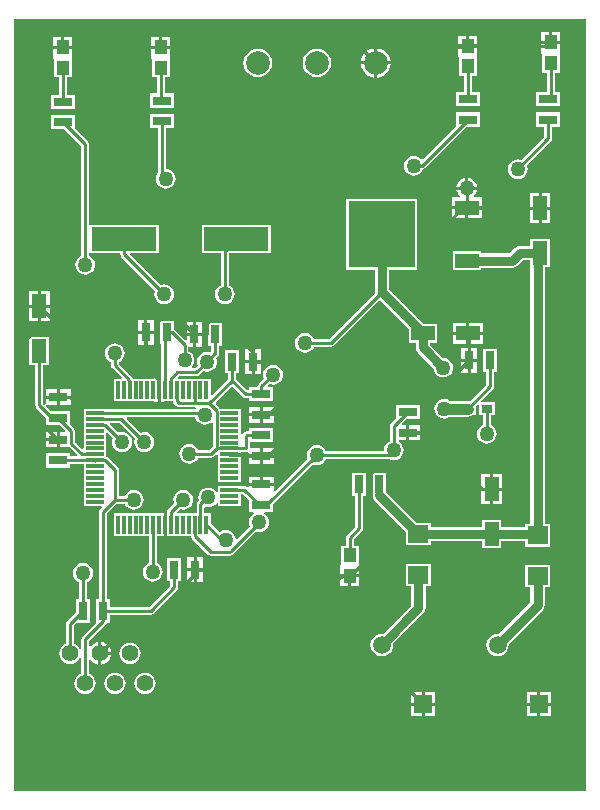
<source format=gtl>
%FSLAX43Y43*%
%MOMM*%
G71*
G01*
G75*
G04 Layer_Physical_Order=1*
G04 Layer_Color=255*
%ADD10R,1.600X0.800*%
%ADD11R,0.800X1.600*%
%ADD12R,1.100X1.250*%
%ADD13R,2.000X1.250*%
%ADD14R,1.250X2.000*%
%ADD15R,1.500X0.300*%
%ADD16R,0.300X1.500*%
%ADD17R,2.000X1.200*%
%ADD18R,5.600X5.600*%
%ADD19R,5.500X2.000*%
%ADD20R,0.950X0.700*%
%ADD21R,1.680X1.520*%
%ADD22C,0.254*%
%ADD23C,0.900*%
%ADD24C,0.800*%
%ADD25C,0.750*%
%ADD26C,1.400*%
%ADD27R,1.500X1.500*%
%ADD28C,1.500*%
%ADD29C,2.000*%
%ADD30C,1.270*%
G36*
X48388Y-28D02*
X-12D01*
Y65272D01*
X48388D01*
Y-28D01*
D02*
G37*
%LPC*%
G36*
X34354Y30173D02*
X33427D01*
Y29646D01*
X34354D01*
Y30173D01*
D02*
G37*
G36*
X3573Y29573D02*
X2646D01*
Y29046D01*
X3573D01*
Y29573D01*
D02*
G37*
G36*
X34300Y32670D02*
X32300D01*
Y31542D01*
X31864Y31106D01*
X31792Y30998D01*
X31767Y30870D01*
Y29566D01*
X31679Y29529D01*
X31504Y29396D01*
X31371Y29221D01*
X31286Y29018D01*
X31258Y28800D01*
X31199Y28733D01*
X26366D01*
X26329Y28821D01*
X26196Y28996D01*
X26021Y29129D01*
X25818Y29214D01*
X25600Y29242D01*
X25382Y29214D01*
X25179Y29129D01*
X25004Y28996D01*
X24871Y28821D01*
X24786Y28618D01*
X24758Y28400D01*
X24786Y28182D01*
X24823Y28094D01*
X22081Y25353D01*
X21954Y25405D01*
Y25773D01*
X19846D01*
Y25691D01*
X19729Y25643D01*
X19686Y25686D01*
X19578Y25758D01*
X19450Y25783D01*
X19204D01*
Y25823D01*
X17196D01*
Y25546D01*
X17250D01*
Y25298D01*
X17137Y25229D01*
X17123Y25229D01*
X16996Y25396D01*
X16821Y25529D01*
X16618Y25614D01*
X16400Y25642D01*
X16182Y25614D01*
X15979Y25529D01*
X15804Y25396D01*
X15671Y25221D01*
X15586Y25018D01*
X15558Y24800D01*
X15586Y24582D01*
X15594Y24565D01*
X15514Y24486D01*
X15442Y24378D01*
X15417Y24250D01*
Y23450D01*
X13787D01*
X13739Y23567D01*
X13994Y23823D01*
X14082Y23786D01*
X14300Y23758D01*
X14518Y23786D01*
X14721Y23871D01*
X14896Y24004D01*
X15029Y24179D01*
X15114Y24382D01*
X15142Y24600D01*
X15114Y24818D01*
X15029Y25021D01*
X14896Y25196D01*
X14721Y25329D01*
X14518Y25414D01*
X14300Y25442D01*
X14082Y25414D01*
X13879Y25329D01*
X13704Y25196D01*
X13571Y25021D01*
X13486Y24818D01*
X13458Y24600D01*
X13486Y24382D01*
X13523Y24294D01*
X13014Y23786D01*
X12942Y23678D01*
X12917Y23550D01*
Y23504D01*
X12877D01*
Y22500D01*
Y21496D01*
X13154D01*
Y21550D01*
X14917D01*
X14942Y21422D01*
X15014Y21314D01*
X16364Y19964D01*
X16472Y19892D01*
X16600Y19867D01*
X18260D01*
X18388Y19892D01*
X18496Y19964D01*
X18511Y19987D01*
X18534Y20002D01*
X20437Y21905D01*
X20482Y21886D01*
X20700Y21858D01*
X20918Y21886D01*
X21121Y21971D01*
X21296Y22104D01*
X21429Y22279D01*
X21514Y22482D01*
X21542Y22700D01*
X21514Y22918D01*
X21429Y23121D01*
X21296Y23296D01*
X21155Y23403D01*
X21199Y23530D01*
X21900D01*
Y24228D01*
X25294Y27623D01*
X25382Y27586D01*
X25600Y27558D01*
X25818Y27586D01*
X26021Y27671D01*
X26196Y27804D01*
X26329Y27979D01*
X26366Y28067D01*
X31689D01*
X31882Y27986D01*
X32100Y27958D01*
X32318Y27986D01*
X32521Y28071D01*
X32696Y28204D01*
X32829Y28379D01*
X32914Y28582D01*
X32942Y28800D01*
X32914Y29018D01*
X32829Y29221D01*
X32696Y29396D01*
X32535Y29519D01*
X32536Y29565D01*
X32570Y29646D01*
X33173D01*
Y30300D01*
Y30954D01*
X32821D01*
X32773Y31071D01*
X33172Y31470D01*
X34300D01*
Y32670D01*
D02*
G37*
G36*
X20773Y31673D02*
X19846D01*
Y31146D01*
X20773D01*
Y31673D01*
D02*
G37*
G36*
X34354Y30954D02*
X33427D01*
Y30427D01*
X34354D01*
Y30954D01*
D02*
G37*
G36*
X3573Y30354D02*
X2646D01*
Y29827D01*
X3573D01*
Y30354D01*
D02*
G37*
G36*
X21954Y26554D02*
X21027D01*
Y26027D01*
X21954D01*
Y26554D01*
D02*
G37*
G36*
X20773D02*
X19846D01*
Y26027D01*
X20773D01*
Y26554D01*
D02*
G37*
G36*
X41279Y26754D02*
X40527D01*
Y25627D01*
X41279D01*
Y26754D01*
D02*
G37*
G36*
X21954Y28954D02*
X21027D01*
Y28427D01*
X21954D01*
Y28954D01*
D02*
G37*
G36*
Y28173D02*
X21027D01*
Y27646D01*
X21954D01*
Y28173D01*
D02*
G37*
G36*
X20773D02*
X19846D01*
Y27646D01*
X20773D01*
Y28173D01*
D02*
G37*
G36*
X21954Y31673D02*
X21027D01*
Y31146D01*
X21954D01*
Y31673D01*
D02*
G37*
G36*
X34100Y50100D02*
X28100D01*
Y44100D01*
X30488D01*
Y42200D01*
X30512Y42083D01*
X26662Y38233D01*
X25366D01*
X25329Y38321D01*
X25196Y38496D01*
X25021Y38629D01*
X24818Y38714D01*
X24600Y38742D01*
X24382Y38714D01*
X24179Y38629D01*
X24004Y38496D01*
X23871Y38321D01*
X23786Y38118D01*
X23758Y37900D01*
X23786Y37682D01*
X23871Y37479D01*
X24004Y37304D01*
X24179Y37171D01*
X24382Y37086D01*
X24600Y37058D01*
X24818Y37086D01*
X25021Y37171D01*
X25196Y37304D01*
X25329Y37479D01*
X25366Y37567D01*
X26800D01*
X26928Y37592D01*
X27036Y37664D01*
X30903Y41532D01*
X33400Y39035D01*
Y37875D01*
X33988D01*
Y37500D01*
X34035Y37266D01*
X34167Y37067D01*
X35461Y35774D01*
X35486Y35582D01*
X35571Y35379D01*
X35704Y35204D01*
X35879Y35071D01*
X36082Y34986D01*
X36300Y34958D01*
X36518Y34986D01*
X36721Y35071D01*
X36896Y35204D01*
X37029Y35379D01*
X37114Y35582D01*
X37142Y35800D01*
X37114Y36018D01*
X37029Y36221D01*
X36896Y36396D01*
X36721Y36529D01*
X36518Y36614D01*
X36326Y36639D01*
X35217Y37748D01*
X35225Y37875D01*
X35800D01*
Y39525D01*
X34640D01*
X31712Y42453D01*
Y44100D01*
X34100D01*
Y50100D01*
D02*
G37*
G36*
X4754Y33954D02*
X3827D01*
Y33427D01*
X4754D01*
Y33954D01*
D02*
G37*
G36*
X3573D02*
X2646D01*
Y33427D01*
X3573D01*
Y33954D01*
D02*
G37*
G36*
X38373Y36273D02*
X37846D01*
Y35346D01*
X38373D01*
Y36273D01*
D02*
G37*
G36*
X20854Y36173D02*
X20327D01*
Y35246D01*
X20854D01*
Y36173D01*
D02*
G37*
G36*
X20073D02*
X19546D01*
Y35246D01*
X20073D01*
Y36173D01*
D02*
G37*
G36*
X13500Y39800D02*
X12300D01*
Y37800D01*
X12440D01*
Y34904D01*
X12377D01*
Y33900D01*
Y32896D01*
X12654D01*
Y32950D01*
X13440D01*
Y32927D01*
X13465Y32799D01*
X13537Y32691D01*
X13702Y32526D01*
X13810Y32454D01*
X13938Y32429D01*
X15266D01*
X15337Y32302D01*
X15311Y32260D01*
X7750D01*
Y32300D01*
X5850D01*
Y31600D01*
Y31100D01*
Y30600D01*
Y30100D01*
Y29600D01*
Y29100D01*
Y28983D01*
X5733Y28935D01*
X5160Y29507D01*
Y30403D01*
X5135Y30531D01*
X5063Y30639D01*
X4700Y31002D01*
Y32130D01*
X3042D01*
X2652Y32519D01*
X2678Y32581D01*
X2678Y32581D01*
X2697Y32625D01*
X2701Y32635D01*
X2704Y32642D01*
X2705Y32646D01*
X2716D01*
X2749Y32646D01*
X2753D01*
X2753D01*
X3573D01*
Y33173D01*
X2646D01*
Y32753D01*
X2646Y32753D01*
Y32749D01*
X2646Y32716D01*
Y32705D01*
X2642Y32704D01*
X2635Y32701D01*
X2625Y32697D01*
X2581Y32678D01*
X2581D01*
X2519Y32653D01*
X2433Y32738D01*
Y36000D01*
X2925D01*
Y38400D01*
X1275D01*
Y36000D01*
X1767D01*
Y32600D01*
X1792Y32472D01*
X1864Y32364D01*
X2700Y31528D01*
Y30930D01*
X3828D01*
X4287Y30471D01*
X4239Y30354D01*
X3827D01*
Y29700D01*
Y29046D01*
X4679D01*
X5324Y28401D01*
X5275Y28283D01*
X4700D01*
Y28530D01*
X2700D01*
Y27330D01*
X4700D01*
Y27617D01*
X5850D01*
Y27600D01*
Y27100D01*
Y26600D01*
Y26100D01*
Y25600D01*
Y25100D01*
Y24600D01*
Y24100D01*
X7367D01*
X7415Y23983D01*
X7264Y23832D01*
X7192Y23724D01*
X7167Y23596D01*
Y16200D01*
X6900D01*
Y14200D01*
X6900Y14200D01*
X6900D01*
X6832Y14104D01*
X5764Y13036D01*
X5692Y12928D01*
X5667Y12800D01*
Y11950D01*
X5540Y11925D01*
X5486Y12054D01*
X5342Y12242D01*
X5154Y12386D01*
X5033Y12436D01*
Y13967D01*
X5267Y14200D01*
X6395D01*
Y16200D01*
X6128D01*
Y17632D01*
X6221Y17671D01*
X6396Y17804D01*
X6529Y17979D01*
X6614Y18182D01*
X6642Y18400D01*
X6614Y18618D01*
X6529Y18821D01*
X6396Y18996D01*
X6221Y19129D01*
X6018Y19214D01*
X5800Y19242D01*
X5582Y19214D01*
X5379Y19129D01*
X5204Y18996D01*
X5071Y18821D01*
X4986Y18618D01*
X4958Y18400D01*
X4986Y18182D01*
X5071Y17979D01*
X5204Y17804D01*
X5379Y17671D01*
X5462Y17636D01*
Y16200D01*
X5195D01*
Y15072D01*
X4464Y14341D01*
X4392Y14233D01*
X4367Y14105D01*
Y12436D01*
X4246Y12386D01*
X4058Y12242D01*
X3914Y12054D01*
X3823Y11835D01*
X3792Y11600D01*
X3823Y11365D01*
X3914Y11146D01*
X4058Y10958D01*
X4246Y10814D01*
X4465Y10723D01*
X4700Y10692D01*
X4935Y10723D01*
X5154Y10814D01*
X5342Y10958D01*
X5486Y11146D01*
X5540Y11275D01*
X5667Y11250D01*
Y9908D01*
X5516Y9846D01*
X5328Y9702D01*
X5184Y9514D01*
X5093Y9295D01*
X5062Y9060D01*
X5093Y8825D01*
X5184Y8606D01*
X5328Y8418D01*
X5516Y8274D01*
X5735Y8183D01*
X5970Y8152D01*
X6205Y8183D01*
X6424Y8274D01*
X6612Y8418D01*
X6756Y8606D01*
X6847Y8825D01*
X6878Y9060D01*
X6847Y9295D01*
X6756Y9514D01*
X6612Y9702D01*
X6424Y9846D01*
X6333Y9884D01*
Y11006D01*
X6460Y11049D01*
X6560Y10920D01*
X6759Y10767D01*
X6991Y10671D01*
X7113Y10654D01*
Y11600D01*
Y12546D01*
X6991Y12529D01*
X6759Y12433D01*
X6560Y12280D01*
X6460Y12151D01*
X6333Y12194D01*
Y12662D01*
X7736Y14064D01*
X7808Y14172D01*
X7814Y14200D01*
X8100D01*
Y14867D01*
X11530D01*
X11658Y14892D01*
X11766Y14964D01*
X13766Y16964D01*
X13838Y17072D01*
X13863Y17200D01*
Y17700D01*
X14130D01*
Y19700D01*
X12930D01*
Y17700D01*
X13197D01*
Y17338D01*
X11392Y15533D01*
X8100D01*
Y16200D01*
X7833D01*
Y23458D01*
X8642Y24267D01*
X9334D01*
X9371Y24179D01*
X9504Y24004D01*
X9679Y23871D01*
X9882Y23786D01*
X10100Y23758D01*
X10318Y23786D01*
X10521Y23871D01*
X10696Y24004D01*
X10829Y24179D01*
X10914Y24382D01*
X10942Y24600D01*
X10914Y24818D01*
X10829Y25021D01*
X10696Y25196D01*
X10521Y25329D01*
X10318Y25414D01*
X10100Y25442D01*
X9882Y25414D01*
X9679Y25329D01*
X9504Y25196D01*
X9371Y25021D01*
X9334Y24933D01*
X8837D01*
Y27108D01*
X8812Y27236D01*
X8740Y27344D01*
X7898Y28186D01*
X7790Y28258D01*
X7750Y28266D01*
Y28600D01*
Y29100D01*
Y29600D01*
Y30100D01*
Y30225D01*
X7867Y30274D01*
X8326Y29814D01*
X8286Y29718D01*
X8258Y29500D01*
X8286Y29282D01*
X8371Y29079D01*
X8504Y28904D01*
X8679Y28771D01*
X8882Y28686D01*
X9100Y28658D01*
X9318Y28686D01*
X9521Y28771D01*
X9696Y28904D01*
X9829Y29079D01*
X9914Y29282D01*
X9942Y29500D01*
X9914Y29718D01*
X9829Y29921D01*
X9696Y30096D01*
X9521Y30229D01*
X9318Y30314D01*
X9100Y30342D01*
X8882Y30314D01*
X8803Y30281D01*
X8085Y30999D01*
X8133Y31117D01*
X8912D01*
X10223Y29806D01*
X10186Y29718D01*
X10158Y29500D01*
X10186Y29282D01*
X10271Y29079D01*
X10404Y28904D01*
X10579Y28771D01*
X10782Y28686D01*
X11000Y28658D01*
X11218Y28686D01*
X11421Y28771D01*
X11596Y28904D01*
X11729Y29079D01*
X11814Y29282D01*
X11842Y29500D01*
X11814Y29718D01*
X11729Y29921D01*
X11596Y30096D01*
X11421Y30229D01*
X11218Y30314D01*
X11000Y30342D01*
X10782Y30314D01*
X10694Y30277D01*
X9495Y31476D01*
X9544Y31594D01*
X15285D01*
X15286Y31582D01*
X15371Y31379D01*
X15504Y31204D01*
X15679Y31071D01*
X15882Y30986D01*
X16100Y30958D01*
X16318Y30986D01*
X16521Y31071D01*
X16663Y31179D01*
X16790Y31133D01*
Y29111D01*
X16512Y28833D01*
X15566D01*
X15529Y28921D01*
X15396Y29096D01*
X15221Y29229D01*
X15018Y29314D01*
X14800Y29342D01*
X14582Y29314D01*
X14379Y29229D01*
X14204Y29096D01*
X14071Y28921D01*
X13986Y28718D01*
X13958Y28500D01*
X13986Y28282D01*
X14071Y28079D01*
X14204Y27904D01*
X14379Y27771D01*
X14582Y27686D01*
X14800Y27658D01*
X15018Y27686D01*
X15221Y27771D01*
X15396Y27904D01*
X15529Y28079D01*
X15566Y28167D01*
X16650D01*
X16778Y28192D01*
X16886Y28264D01*
X17079Y28457D01*
X17196Y28409D01*
Y28046D01*
X17250D01*
Y27600D01*
Y27100D01*
Y26600D01*
Y26354D01*
X17196D01*
Y26077D01*
X19204D01*
Y26354D01*
X19150D01*
Y26600D01*
Y27100D01*
Y27600D01*
Y28046D01*
X19204D01*
Y28323D01*
X18200D01*
Y28577D01*
X19204D01*
Y28617D01*
X19550D01*
X19678Y28642D01*
X19719Y28670D01*
X19846Y28602D01*
Y28427D01*
X20773D01*
Y28954D01*
X19971D01*
X19933Y29000D01*
Y29470D01*
X21900D01*
Y30670D01*
X19900D01*
Y30403D01*
X19670D01*
X19542Y30378D01*
X19434Y30306D01*
X19364Y30236D01*
X19292Y30128D01*
X19277Y30052D01*
X19150Y30065D01*
Y30100D01*
Y30600D01*
Y31100D01*
Y31600D01*
Y32300D01*
X17408D01*
X17359Y32373D01*
X17033Y32699D01*
Y32826D01*
X18436Y34228D01*
X19331Y33334D01*
X19439Y33262D01*
X19566Y33237D01*
X19900D01*
Y32970D01*
X21900D01*
Y34170D01*
X21507D01*
X21459Y34287D01*
X21594Y34423D01*
X21682Y34386D01*
X21900Y34358D01*
X22118Y34386D01*
X22321Y34471D01*
X22496Y34604D01*
X22629Y34779D01*
X22714Y34982D01*
X22742Y35200D01*
X22714Y35418D01*
X22629Y35621D01*
X22496Y35796D01*
X22321Y35929D01*
X22118Y36014D01*
X21900Y36042D01*
X21682Y36014D01*
X21479Y35929D01*
X21304Y35796D01*
X21171Y35621D01*
X21086Y35418D01*
X21058Y35200D01*
X21086Y34982D01*
X21123Y34894D01*
X20664Y34436D01*
X20592Y34328D01*
X20567Y34200D01*
Y34170D01*
X19900D01*
Y33903D01*
X19705D01*
X18770Y34838D01*
Y35300D01*
X19030D01*
Y37300D01*
X17830D01*
Y35300D01*
X18103D01*
Y34838D01*
X16717Y33452D01*
X16600Y33501D01*
Y34850D01*
X13887D01*
X13839Y34967D01*
X13938Y35067D01*
X15400D01*
X15528Y35092D01*
X15636Y35164D01*
X15994Y35523D01*
X16082Y35486D01*
X16300Y35458D01*
X16518Y35486D01*
X16721Y35571D01*
X16896Y35704D01*
X17029Y35879D01*
X17114Y36082D01*
X17142Y36300D01*
X17114Y36518D01*
X17077Y36606D01*
X17236Y36764D01*
X17308Y36872D01*
X17333Y37000D01*
Y37600D01*
X17600D01*
Y39600D01*
X16400D01*
Y37600D01*
X16667D01*
Y37182D01*
X16556Y37098D01*
X16518Y37114D01*
X16300Y37142D01*
X16082Y37114D01*
X15879Y37029D01*
X15704Y36896D01*
X15571Y36721D01*
X15486Y36518D01*
X15458Y36300D01*
X15486Y36082D01*
X15523Y35994D01*
X15262Y35733D01*
X15101D01*
X15038Y35860D01*
X15129Y35979D01*
X15214Y36182D01*
X15242Y36400D01*
X15214Y36618D01*
X15129Y36821D01*
X14996Y36996D01*
X14821Y37129D01*
X14733Y37166D01*
Y37546D01*
X15103D01*
Y38473D01*
X14576D01*
Y38161D01*
X14459Y38113D01*
X13536Y39036D01*
X13500Y39060D01*
Y39800D01*
D02*
G37*
G36*
X21954Y32454D02*
X21027D01*
Y31927D01*
X21954D01*
Y32454D01*
D02*
G37*
G36*
X20773D02*
X19846D01*
Y31927D01*
X20773D01*
Y32454D01*
D02*
G37*
G36*
X40870Y37400D02*
X39670D01*
Y35400D01*
X39967D01*
Y34338D01*
X38563Y32934D01*
X38400Y32956D01*
X36917D01*
X36821Y33029D01*
X36618Y33114D01*
X36400Y33142D01*
X36182Y33114D01*
X35979Y33029D01*
X35804Y32896D01*
X35671Y32721D01*
X35586Y32518D01*
X35558Y32300D01*
X35586Y32082D01*
X35671Y31879D01*
X35804Y31704D01*
X35979Y31571D01*
X36182Y31486D01*
X36400Y31458D01*
X36618Y31486D01*
X36821Y31571D01*
X36917Y31644D01*
X38400D01*
X38570Y31667D01*
X38728Y31732D01*
X38751Y31750D01*
X39075D01*
Y32503D01*
X39258Y32686D01*
X39375Y32638D01*
Y31750D01*
X39667D01*
Y30966D01*
X39579Y30929D01*
X39404Y30796D01*
X39271Y30621D01*
X39186Y30418D01*
X39158Y30200D01*
X39186Y29982D01*
X39271Y29779D01*
X39404Y29604D01*
X39579Y29471D01*
X39782Y29386D01*
X40000Y29358D01*
X40218Y29386D01*
X40421Y29471D01*
X40596Y29604D01*
X40729Y29779D01*
X40814Y29982D01*
X40842Y30200D01*
X40814Y30418D01*
X40729Y30621D01*
X40596Y30796D01*
X40421Y30929D01*
X40333Y30966D01*
Y31750D01*
X40725D01*
Y32850D01*
X39587D01*
X39539Y32967D01*
X40536Y33964D01*
X40608Y34072D01*
X40633Y34200D01*
Y35400D01*
X40870D01*
Y37400D01*
D02*
G37*
G36*
X8500Y37842D02*
X8282Y37814D01*
X8079Y37729D01*
X7904Y37596D01*
X7771Y37421D01*
X7686Y37218D01*
X7658Y37000D01*
X7686Y36782D01*
X7771Y36579D01*
X7904Y36404D01*
X8079Y36271D01*
X8167Y36234D01*
Y36012D01*
X8192Y35885D01*
X8264Y35777D01*
X9074Y34967D01*
X9025Y34850D01*
X8400D01*
Y32950D01*
X11846D01*
Y32896D01*
X12123D01*
Y33900D01*
Y34904D01*
X11846D01*
Y34850D01*
X10048D01*
X10035Y34913D01*
X9963Y35021D01*
X8867Y36117D01*
X8886Y36256D01*
X8921Y36271D01*
X9096Y36404D01*
X9229Y36579D01*
X9314Y36782D01*
X9342Y37000D01*
X9314Y37218D01*
X9229Y37421D01*
X9096Y37596D01*
X8921Y37729D01*
X8718Y37814D01*
X8500Y37842D01*
D02*
G37*
G36*
X4754Y33173D02*
X3827D01*
Y32646D01*
X4754D01*
Y33173D01*
D02*
G37*
G36*
X40273Y26754D02*
X39521D01*
Y25627D01*
X40273D01*
Y26754D01*
D02*
G37*
G36*
X8510Y9968D02*
X8275Y9937D01*
X8056Y9846D01*
X7868Y9702D01*
X7724Y9514D01*
X7633Y9295D01*
X7602Y9060D01*
X7633Y8825D01*
X7724Y8606D01*
X7868Y8418D01*
X8056Y8274D01*
X8275Y8183D01*
X8510Y8152D01*
X8745Y8183D01*
X8964Y8274D01*
X9152Y8418D01*
X9296Y8606D01*
X9387Y8825D01*
X9418Y9060D01*
X9387Y9295D01*
X9296Y9514D01*
X9152Y9702D01*
X8964Y9846D01*
X8745Y9937D01*
X8510Y9968D01*
D02*
G37*
G36*
X45404Y8304D02*
X44527D01*
Y7427D01*
X45404D01*
Y8304D01*
D02*
G37*
G36*
X44273D02*
X43396D01*
Y7427D01*
X44273D01*
Y8304D01*
D02*
G37*
G36*
X9780Y12508D02*
X9545Y12477D01*
X9326Y12386D01*
X9138Y12242D01*
X8994Y12054D01*
X8903Y11835D01*
X8872Y11600D01*
X8903Y11365D01*
X8994Y11146D01*
X9138Y10958D01*
X9326Y10814D01*
X9545Y10723D01*
X9780Y10692D01*
X10015Y10723D01*
X10234Y10814D01*
X10422Y10958D01*
X10566Y11146D01*
X10657Y11365D01*
X10688Y11600D01*
X10657Y11835D01*
X10566Y12054D01*
X10422Y12242D01*
X10234Y12386D01*
X10015Y12477D01*
X9780Y12508D01*
D02*
G37*
G36*
X8186Y11473D02*
X7367D01*
Y10654D01*
X7489Y10671D01*
X7721Y10767D01*
X7920Y10920D01*
X8073Y11119D01*
X8169Y11351D01*
X8186Y11473D01*
D02*
G37*
G36*
X11050Y9968D02*
X10815Y9937D01*
X10596Y9846D01*
X10408Y9702D01*
X10264Y9514D01*
X10173Y9295D01*
X10142Y9060D01*
X10173Y8825D01*
X10264Y8606D01*
X10408Y8418D01*
X10596Y8274D01*
X10815Y8183D01*
X11050Y8152D01*
X11285Y8183D01*
X11504Y8274D01*
X11692Y8418D01*
X11836Y8606D01*
X11927Y8825D01*
X11958Y9060D01*
X11927Y9295D01*
X11836Y9514D01*
X11692Y9702D01*
X11504Y9846D01*
X11285Y9937D01*
X11050Y9968D01*
D02*
G37*
G36*
X44273Y7173D02*
X43396D01*
Y6296D01*
X44273D01*
Y7173D01*
D02*
G37*
G36*
X35604D02*
X34727D01*
Y6296D01*
X35604D01*
Y7173D01*
D02*
G37*
G36*
X34473D02*
X33596D01*
Y6296D01*
X34473D01*
Y7173D01*
D02*
G37*
G36*
X35604Y8304D02*
X34727D01*
Y7427D01*
X35604D01*
Y8304D01*
D02*
G37*
G36*
X34473D02*
X33596D01*
Y7427D01*
X34473D01*
Y8304D01*
D02*
G37*
G36*
X45404Y7173D02*
X44527D01*
Y6296D01*
X45404D01*
Y7173D01*
D02*
G37*
G36*
X7367Y12546D02*
Y11727D01*
X8186D01*
X8169Y11849D01*
X8073Y12081D01*
X7920Y12280D01*
X7721Y12433D01*
X7489Y12529D01*
X7367Y12546D01*
D02*
G37*
G36*
X15954Y19754D02*
X15427D01*
Y18827D01*
X15954D01*
Y19754D01*
D02*
G37*
G36*
X15173D02*
X14646D01*
Y18827D01*
X15173D01*
Y19754D01*
D02*
G37*
G36*
X29795Y26900D02*
X28595D01*
Y24900D01*
X28862D01*
Y22333D01*
X28164Y21636D01*
X28092Y21528D01*
X28067Y21400D01*
Y20725D01*
X27650D01*
Y19181D01*
Y19159D01*
X27596Y19054D01*
Y19054D01*
Y19016D01*
X27596Y18970D01*
Y18302D01*
X29204D01*
Y18970D01*
X29204Y19016D01*
Y19054D01*
Y19054D01*
X29150Y19159D01*
Y19181D01*
Y20725D01*
X28733D01*
Y21262D01*
X29431Y21959D01*
X29503Y22067D01*
X29528Y22195D01*
Y24900D01*
X29795D01*
Y26900D01*
D02*
G37*
G36*
X41279Y25373D02*
X40527D01*
Y24246D01*
X41279D01*
Y25373D01*
D02*
G37*
G36*
X40273D02*
X39521D01*
Y24246D01*
X40273D01*
Y25373D01*
D02*
G37*
G36*
X12623Y23504D02*
X12346D01*
Y23450D01*
X8400D01*
Y21550D01*
X11417D01*
Y19286D01*
X11279Y19229D01*
X11104Y19096D01*
X10971Y18921D01*
X10886Y18718D01*
X10858Y18500D01*
X10886Y18282D01*
X10971Y18079D01*
X11104Y17904D01*
X11279Y17771D01*
X11482Y17686D01*
X11700Y17658D01*
X11918Y17686D01*
X12121Y17771D01*
X12296Y17904D01*
X12429Y18079D01*
X12514Y18282D01*
X12542Y18500D01*
X12514Y18718D01*
X12429Y18921D01*
X12296Y19096D01*
X12121Y19229D01*
X12083Y19245D01*
Y21550D01*
X12346D01*
Y21496D01*
X12623D01*
Y22500D01*
Y23504D01*
D02*
G37*
G36*
X28273Y18048D02*
X27596D01*
Y17296D01*
X28273D01*
Y18048D01*
D02*
G37*
G36*
X45340Y19106D02*
X43260D01*
Y17186D01*
X43688D01*
Y15953D01*
X40982Y13247D01*
X40900Y13258D01*
X40652Y13226D01*
X40421Y13130D01*
X40222Y12978D01*
X40070Y12779D01*
X39974Y12548D01*
X39942Y12300D01*
X39974Y12052D01*
X40070Y11821D01*
X40222Y11622D01*
X40421Y11470D01*
X40652Y11374D01*
X40900Y11342D01*
X41148Y11374D01*
X41379Y11470D01*
X41578Y11622D01*
X41730Y11821D01*
X41826Y12052D01*
X41858Y12300D01*
X41847Y12382D01*
X44733Y15267D01*
X44865Y15466D01*
X44912Y15700D01*
Y17186D01*
X45340D01*
Y19106D01*
D02*
G37*
G36*
X35240Y19206D02*
X33160D01*
Y17286D01*
X33588D01*
Y15617D01*
X31214Y13243D01*
X31100Y13258D01*
X30852Y13226D01*
X30621Y13130D01*
X30422Y12978D01*
X30270Y12779D01*
X30174Y12548D01*
X30142Y12300D01*
X30174Y12052D01*
X30270Y11821D01*
X30422Y11622D01*
X30621Y11470D01*
X30852Y11374D01*
X31100Y11342D01*
X31348Y11374D01*
X31579Y11470D01*
X31778Y11622D01*
X31930Y11821D01*
X32026Y12052D01*
X32058Y12300D01*
X32043Y12414D01*
X34524Y14895D01*
X34633Y14967D01*
X34765Y15166D01*
X34812Y15400D01*
Y17286D01*
X35240D01*
Y19206D01*
D02*
G37*
G36*
X15954Y18573D02*
X15427D01*
Y17646D01*
X15954D01*
Y18573D01*
D02*
G37*
G36*
X15173D02*
X14646D01*
Y17646D01*
X15173D01*
Y18573D01*
D02*
G37*
G36*
X29204Y18048D02*
X28527D01*
Y17296D01*
X29204D01*
Y18048D01*
D02*
G37*
G36*
X39154Y36273D02*
X38627D01*
Y35346D01*
X39154D01*
Y36273D01*
D02*
G37*
G36*
X13204Y62798D02*
X11596D01*
Y62130D01*
X11596Y62084D01*
Y62046D01*
Y62046D01*
X11650Y61941D01*
Y61919D01*
Y60375D01*
X12067D01*
Y59005D01*
X11500D01*
Y57805D01*
X13500D01*
Y59005D01*
X12733D01*
Y60375D01*
X13150D01*
Y61919D01*
Y61941D01*
X13204Y62046D01*
Y62046D01*
Y62084D01*
X13204Y62130D01*
Y62798D01*
D02*
G37*
G36*
X4904D02*
X3296D01*
Y62130D01*
X3296Y62084D01*
Y62046D01*
Y62046D01*
X3350Y61941D01*
Y61919D01*
Y60375D01*
X3767D01*
Y58905D01*
X3100D01*
Y57705D01*
X5100D01*
Y58905D01*
X4433D01*
Y60375D01*
X4850D01*
Y61919D01*
Y61941D01*
X4904Y62046D01*
Y62046D01*
Y62084D01*
X4904Y62130D01*
Y62798D01*
D02*
G37*
G36*
X39400Y57400D02*
X37400D01*
Y56272D01*
X34563Y53434D01*
X34436Y53443D01*
X34396Y53496D01*
X34221Y53629D01*
X34018Y53714D01*
X33800Y53742D01*
X33582Y53714D01*
X33379Y53629D01*
X33204Y53496D01*
X33071Y53321D01*
X32986Y53118D01*
X32958Y52900D01*
X32986Y52682D01*
X33071Y52479D01*
X33204Y52304D01*
X33379Y52171D01*
X33582Y52086D01*
X33800Y52058D01*
X34018Y52086D01*
X34221Y52171D01*
X34396Y52304D01*
X34529Y52479D01*
X34572Y52581D01*
X34628Y52592D01*
X34736Y52664D01*
X38272Y56200D01*
X39400D01*
Y57400D01*
D02*
G37*
G36*
X30473Y61473D02*
X29352D01*
X29378Y61273D01*
X29505Y60968D01*
X29706Y60706D01*
X29968Y60505D01*
X30273Y60378D01*
X30473Y60352D01*
Y61473D01*
D02*
G37*
G36*
X39204Y62898D02*
X37596D01*
Y62230D01*
X37596Y62184D01*
Y62146D01*
Y62146D01*
X37650Y62041D01*
Y62019D01*
Y60475D01*
X38067D01*
Y59105D01*
X37400D01*
Y57905D01*
X39400D01*
Y59105D01*
X38733D01*
Y60475D01*
X39150D01*
Y62019D01*
Y62041D01*
X39204Y62146D01*
Y62146D01*
Y62184D01*
X39204Y62230D01*
Y62898D01*
D02*
G37*
G36*
X46204Y63198D02*
X44596D01*
Y62530D01*
X44596Y62484D01*
Y62446D01*
Y62446D01*
X44650Y62341D01*
Y62319D01*
Y60775D01*
X45067D01*
Y59105D01*
X44200D01*
Y57905D01*
X46200D01*
Y59105D01*
X45733D01*
Y60775D01*
X46150D01*
Y62319D01*
Y62341D01*
X46204Y62446D01*
Y62446D01*
Y62484D01*
X46204Y62530D01*
Y63198D01*
D02*
G37*
G36*
X46200Y57400D02*
X44200D01*
Y56200D01*
X44867D01*
Y55338D01*
X42906Y53377D01*
X42818Y53414D01*
X42600Y53442D01*
X42382Y53414D01*
X42179Y53329D01*
X42004Y53196D01*
X41871Y53021D01*
X41786Y52818D01*
X41758Y52600D01*
X41786Y52382D01*
X41871Y52179D01*
X42004Y52004D01*
X42179Y51871D01*
X42382Y51786D01*
X42600Y51758D01*
X42818Y51786D01*
X43021Y51871D01*
X43196Y52004D01*
X43329Y52179D01*
X43414Y52382D01*
X43442Y52600D01*
X43414Y52818D01*
X43377Y52906D01*
X45436Y54964D01*
X45508Y55072D01*
X45533Y55200D01*
Y56200D01*
X46200D01*
Y57400D01*
D02*
G37*
G36*
X39180Y50873D02*
X37420D01*
X37434Y50768D01*
X37523Y50552D01*
X37666Y50366D01*
X37712Y50331D01*
X37668Y50204D01*
X37046D01*
Y49477D01*
X39554D01*
Y50204D01*
X38932D01*
X38888Y50331D01*
X38934Y50366D01*
X39077Y50552D01*
X39166Y50768D01*
X39180Y50873D01*
D02*
G37*
G36*
X45379Y50554D02*
X44627D01*
Y49427D01*
X45379D01*
Y50554D01*
D02*
G37*
G36*
X44373D02*
X43621D01*
Y49427D01*
X44373D01*
Y50554D01*
D02*
G37*
G36*
X38427Y51880D02*
Y51127D01*
X39180D01*
X39166Y51232D01*
X39077Y51448D01*
X38934Y51634D01*
X38748Y51777D01*
X38532Y51866D01*
X38427Y51880D01*
D02*
G37*
G36*
X38173D02*
X38068Y51866D01*
X37852Y51777D01*
X37666Y51634D01*
X37523Y51448D01*
X37434Y51232D01*
X37420Y51127D01*
X38173D01*
Y51880D01*
D02*
G37*
G36*
X13500Y57300D02*
X11500D01*
Y56100D01*
X12167D01*
Y52346D01*
X12071Y52221D01*
X11986Y52018D01*
X11958Y51800D01*
X11986Y51582D01*
X12071Y51379D01*
X12204Y51204D01*
X12379Y51071D01*
X12582Y50986D01*
X12800Y50958D01*
X13018Y50986D01*
X13221Y51071D01*
X13396Y51204D01*
X13529Y51379D01*
X13614Y51582D01*
X13642Y51800D01*
X13614Y52018D01*
X13529Y52221D01*
X13396Y52396D01*
X13221Y52529D01*
X13018Y52614D01*
X12833Y52638D01*
Y56100D01*
X13500D01*
Y57300D01*
D02*
G37*
G36*
X38273Y63904D02*
X37596D01*
Y63152D01*
X38273D01*
Y63904D01*
D02*
G37*
G36*
X13204Y63804D02*
X12527D01*
Y63052D01*
X13204D01*
Y63804D01*
D02*
G37*
G36*
X12273D02*
X11596D01*
Y63052D01*
X12273D01*
Y63804D01*
D02*
G37*
G36*
X46204Y64204D02*
X45527D01*
Y63452D01*
X46204D01*
Y64204D01*
D02*
G37*
G36*
X45273D02*
X44596D01*
Y63452D01*
X45273D01*
Y64204D01*
D02*
G37*
G36*
X39204Y63904D02*
X38527D01*
Y63152D01*
X39204D01*
Y63904D01*
D02*
G37*
G36*
X4904Y63804D02*
X4227D01*
Y63052D01*
X4904D01*
Y63804D01*
D02*
G37*
G36*
X25600Y62810D02*
X25287Y62769D01*
X24995Y62648D01*
X24744Y62456D01*
X24552Y62205D01*
X24431Y61913D01*
X24390Y61600D01*
X24431Y61287D01*
X24552Y60995D01*
X24744Y60744D01*
X24995Y60552D01*
X25287Y60431D01*
X25600Y60390D01*
X25913Y60431D01*
X26205Y60552D01*
X26456Y60744D01*
X26648Y60995D01*
X26769Y61287D01*
X26810Y61600D01*
X26769Y61913D01*
X26648Y62205D01*
X26456Y62456D01*
X26205Y62648D01*
X25913Y62769D01*
X25600Y62810D01*
D02*
G37*
G36*
X20600D02*
X20287Y62769D01*
X19995Y62648D01*
X19744Y62456D01*
X19552Y62205D01*
X19431Y61913D01*
X19390Y61600D01*
X19431Y61287D01*
X19552Y60995D01*
X19744Y60744D01*
X19995Y60552D01*
X20287Y60431D01*
X20600Y60390D01*
X20913Y60431D01*
X21205Y60552D01*
X21456Y60744D01*
X21648Y60995D01*
X21769Y61287D01*
X21810Y61600D01*
X21769Y61913D01*
X21648Y62205D01*
X21456Y62456D01*
X21205Y62648D01*
X20913Y62769D01*
X20600Y62810D01*
D02*
G37*
G36*
X31848Y61473D02*
X30727D01*
Y60352D01*
X30927Y60378D01*
X31232Y60505D01*
X31494Y60706D01*
X31695Y60968D01*
X31822Y61273D01*
X31848Y61473D01*
D02*
G37*
G36*
X3973Y63804D02*
X3296D01*
Y63052D01*
X3973D01*
Y63804D01*
D02*
G37*
G36*
X30727Y62848D02*
Y61727D01*
X31848D01*
X31822Y61927D01*
X31695Y62232D01*
X31494Y62494D01*
X31232Y62695D01*
X30927Y62822D01*
X30727Y62848D01*
D02*
G37*
G36*
X30473D02*
X30273Y62822D01*
X29968Y62695D01*
X29706Y62494D01*
X29505Y62232D01*
X29378Y61927D01*
X29352Y61727D01*
X30473D01*
Y62848D01*
D02*
G37*
G36*
X15103Y39654D02*
X14576D01*
Y38727D01*
X15103D01*
Y39654D01*
D02*
G37*
G36*
X39654Y38573D02*
X38527D01*
Y37821D01*
X39654D01*
Y38573D01*
D02*
G37*
G36*
X38273D02*
X37146D01*
Y37821D01*
X38273D01*
Y38573D01*
D02*
G37*
G36*
X39654Y39579D02*
X38527D01*
Y38827D01*
X39654D01*
Y39579D01*
D02*
G37*
G36*
X38273D02*
X37146D01*
Y38827D01*
X38273D01*
Y39579D01*
D02*
G37*
G36*
X15884Y39654D02*
X15357D01*
Y38727D01*
X15884D01*
Y39654D01*
D02*
G37*
G36*
X11784Y38673D02*
X11257D01*
Y37746D01*
X11784D01*
Y38673D01*
D02*
G37*
G36*
X38373Y37454D02*
X37846D01*
Y36527D01*
X38373D01*
Y37454D01*
D02*
G37*
G36*
X20854Y37354D02*
X20327D01*
Y36427D01*
X20854D01*
Y37354D01*
D02*
G37*
G36*
X20073D02*
X19546D01*
Y36427D01*
X20073D01*
Y37354D01*
D02*
G37*
G36*
X11003Y38673D02*
X10476D01*
Y37746D01*
X11003D01*
Y38673D01*
D02*
G37*
G36*
X15884Y38473D02*
X15357D01*
Y37546D01*
X15884D01*
Y38473D01*
D02*
G37*
G36*
X39154Y37454D02*
X38627D01*
Y36527D01*
X39154D01*
Y37454D01*
D02*
G37*
G36*
X11003Y39854D02*
X10476D01*
Y38927D01*
X11003D01*
Y39854D01*
D02*
G37*
G36*
X44373Y49173D02*
X43621D01*
Y48046D01*
X44373D01*
Y49173D01*
D02*
G37*
G36*
X45325Y46700D02*
X43675D01*
Y46112D01*
X42800D01*
X42566Y46065D01*
X42367Y45933D01*
X41897Y45462D01*
X39500D01*
Y45650D01*
X37100D01*
Y44050D01*
X39500D01*
Y44238D01*
X42150D01*
X42384Y44285D01*
X42583Y44417D01*
X43053Y44888D01*
X43675D01*
Y44300D01*
X43688D01*
Y22556D01*
X43260D01*
Y22307D01*
X41225D01*
Y22900D01*
X39575D01*
Y22307D01*
X35240D01*
Y22656D01*
X34105D01*
X31500Y25261D01*
Y26900D01*
X30300D01*
Y25145D01*
X30294Y25025D01*
Y25025D01*
Y25025D01*
X30288Y24996D01*
X30300Y24900D01*
X30307D01*
X30335Y24761D01*
X30467Y24563D01*
X33160Y21870D01*
Y20736D01*
X35240D01*
Y21084D01*
X39575D01*
Y20500D01*
X41225D01*
Y21084D01*
X43260D01*
Y20636D01*
X45340D01*
Y22556D01*
X44912D01*
Y44300D01*
X45325D01*
Y46700D01*
D02*
G37*
G36*
X21750Y47900D02*
X15850D01*
Y45500D01*
X17467D01*
Y42766D01*
X17379Y42729D01*
X17204Y42596D01*
X17071Y42421D01*
X16986Y42218D01*
X16958Y42000D01*
X16986Y41782D01*
X17071Y41579D01*
X17204Y41404D01*
X17379Y41271D01*
X17582Y41186D01*
X17800Y41158D01*
X18018Y41186D01*
X18221Y41271D01*
X18396Y41404D01*
X18529Y41579D01*
X18614Y41782D01*
X18642Y42000D01*
X18614Y42218D01*
X18529Y42421D01*
X18396Y42596D01*
X18221Y42729D01*
X18133Y42766D01*
Y45500D01*
X21750D01*
Y47900D01*
D02*
G37*
G36*
X39554Y49223D02*
X38427D01*
Y48496D01*
X39554D01*
Y49223D01*
D02*
G37*
G36*
X38173D02*
X37046D01*
Y48496D01*
X38173D01*
Y49223D01*
D02*
G37*
G36*
X45379Y49173D02*
X44627D01*
Y48046D01*
X45379D01*
Y49173D01*
D02*
G37*
G36*
X2979Y40873D02*
X2227D01*
Y39746D01*
X2979D01*
Y40873D01*
D02*
G37*
G36*
X1973D02*
X1221D01*
Y39746D01*
X1973D01*
Y40873D01*
D02*
G37*
G36*
X11784Y39854D02*
X11257D01*
Y38927D01*
X11784D01*
Y39854D01*
D02*
G37*
G36*
X2979Y42254D02*
X2227D01*
Y41127D01*
X2979D01*
Y42254D01*
D02*
G37*
G36*
X5100Y57200D02*
X3100D01*
Y56000D01*
X4228D01*
X5667Y54562D01*
Y45266D01*
X5579Y45229D01*
X5404Y45096D01*
X5271Y44921D01*
X5186Y44718D01*
X5158Y44500D01*
X5186Y44282D01*
X5271Y44079D01*
X5404Y43904D01*
X5579Y43771D01*
X5782Y43686D01*
X6000Y43658D01*
X6218Y43686D01*
X6421Y43771D01*
X6596Y43904D01*
X6729Y44079D01*
X6814Y44282D01*
X6842Y44500D01*
X6814Y44718D01*
X6729Y44921D01*
X6596Y45096D01*
X6421Y45229D01*
X6333Y45266D01*
Y45380D01*
X6350Y45500D01*
X6460Y45500D01*
X8967D01*
Y45400D01*
X8992Y45272D01*
X9064Y45164D01*
X11923Y42306D01*
X11886Y42218D01*
X11858Y42000D01*
X11886Y41782D01*
X11971Y41579D01*
X12104Y41404D01*
X12279Y41271D01*
X12482Y41186D01*
X12700Y41158D01*
X12918Y41186D01*
X13121Y41271D01*
X13296Y41404D01*
X13429Y41579D01*
X13514Y41782D01*
X13542Y42000D01*
X13514Y42218D01*
X13429Y42421D01*
X13296Y42596D01*
X13121Y42729D01*
X12918Y42814D01*
X12700Y42842D01*
X12482Y42814D01*
X12394Y42777D01*
X9789Y45383D01*
X9837Y45500D01*
X12250D01*
Y47900D01*
X6460D01*
X6350Y47900D01*
X6333Y48020D01*
Y54700D01*
X6308Y54828D01*
X6236Y54936D01*
X5100Y56072D01*
Y57200D01*
D02*
G37*
G36*
X1973Y42254D02*
X1221D01*
Y41127D01*
X1973D01*
Y42254D01*
D02*
G37*
%LPD*%
G36*
X19900Y24528D02*
Y23530D01*
X20201D01*
X20245Y23403D01*
X20104Y23296D01*
X19971Y23121D01*
X19886Y22918D01*
X19858Y22700D01*
X19886Y22482D01*
X19941Y22352D01*
X18861Y21272D01*
X18727Y21317D01*
X18714Y21418D01*
X18629Y21621D01*
X18496Y21796D01*
X18321Y21929D01*
X18118Y22014D01*
X17900Y22042D01*
X17682Y22014D01*
X17479Y21929D01*
X17373Y21848D01*
X16600Y22622D01*
Y23450D01*
X16083D01*
Y23908D01*
X16210Y23983D01*
X16400Y23958D01*
X16618Y23986D01*
X16821Y24071D01*
X16996Y24204D01*
X17123Y24371D01*
X17137Y24371D01*
X17250Y24302D01*
Y24100D01*
X19150D01*
Y24600D01*
Y25100D01*
Y25117D01*
X19312D01*
X19900Y24528D01*
D02*
G37*
D10*
X33300Y32070D02*
D03*
Y30300D02*
D03*
X45200Y58505D02*
D03*
Y56800D02*
D03*
X4100Y58305D02*
D03*
Y56600D02*
D03*
X12500Y58405D02*
D03*
Y56700D02*
D03*
X38400Y58505D02*
D03*
Y56800D02*
D03*
X20900Y30070D02*
D03*
Y28300D02*
D03*
X3700Y27930D02*
D03*
Y29700D02*
D03*
Y31530D02*
D03*
Y33300D02*
D03*
X20900Y33570D02*
D03*
Y31800D02*
D03*
Y24130D02*
D03*
Y25900D02*
D03*
D11*
X40270Y36400D02*
D03*
X38500D02*
D03*
X29195Y25900D02*
D03*
X30900D02*
D03*
X11130Y38800D02*
D03*
X12900D02*
D03*
X15230Y38600D02*
D03*
X17000D02*
D03*
X18430Y36300D02*
D03*
X20200D02*
D03*
X13530Y18700D02*
D03*
X15300D02*
D03*
X5795Y15200D02*
D03*
X7500D02*
D03*
D12*
X45400Y61600D02*
D03*
Y63325D02*
D03*
X4100Y61200D02*
D03*
Y62925D02*
D03*
X12400Y61200D02*
D03*
Y62925D02*
D03*
X38400Y61300D02*
D03*
Y63025D02*
D03*
X28400Y19900D02*
D03*
Y18175D02*
D03*
D13*
X34600Y38700D02*
D03*
X38400D02*
D03*
D14*
X40400Y21700D02*
D03*
Y25500D02*
D03*
X44500Y45500D02*
D03*
Y49300D02*
D03*
X2100Y37200D02*
D03*
Y41000D02*
D03*
D15*
X6800Y27950D02*
D03*
Y28450D02*
D03*
Y28950D02*
D03*
Y30450D02*
D03*
Y29950D02*
D03*
Y29450D02*
D03*
Y27450D02*
D03*
Y26950D02*
D03*
Y26450D02*
D03*
Y30950D02*
D03*
Y31450D02*
D03*
Y31950D02*
D03*
Y24450D02*
D03*
Y24950D02*
D03*
Y25450D02*
D03*
Y25950D02*
D03*
X18200D02*
D03*
Y25450D02*
D03*
Y24950D02*
D03*
Y24450D02*
D03*
Y31950D02*
D03*
Y31450D02*
D03*
Y30950D02*
D03*
Y26450D02*
D03*
Y26950D02*
D03*
Y27450D02*
D03*
Y29450D02*
D03*
Y29950D02*
D03*
Y30450D02*
D03*
Y28950D02*
D03*
Y28450D02*
D03*
Y27950D02*
D03*
D16*
X12750Y33900D02*
D03*
X12250D02*
D03*
X11750D02*
D03*
X10250D02*
D03*
X10750D02*
D03*
X11250D02*
D03*
X13250D02*
D03*
X13750D02*
D03*
X14250D02*
D03*
X9750D02*
D03*
X9250D02*
D03*
X8750D02*
D03*
X16250D02*
D03*
X15750D02*
D03*
X15250D02*
D03*
X14750D02*
D03*
Y22500D02*
D03*
X15250D02*
D03*
X15750D02*
D03*
X16250D02*
D03*
X8750D02*
D03*
X9250D02*
D03*
X9750D02*
D03*
X14250D02*
D03*
X13750D02*
D03*
X13250D02*
D03*
X11250D02*
D03*
X10750D02*
D03*
X10250D02*
D03*
X11750D02*
D03*
X12250D02*
D03*
X12750D02*
D03*
D17*
X38300Y44850D02*
D03*
Y49350D02*
D03*
D18*
X31100Y47100D02*
D03*
D19*
X18800Y46700D02*
D03*
X9300D02*
D03*
D20*
X40050Y32300D02*
D03*
X38400D02*
D03*
D21*
X44300Y21596D02*
D03*
Y18146D02*
D03*
X34200Y18246D02*
D03*
Y21696D02*
D03*
D22*
X38400Y32300D02*
X40300Y34200D01*
X5970Y9060D02*
X6000Y9090D01*
Y12800D01*
X7500Y14300D01*
Y15200D01*
X5795Y18395D02*
X5800Y18400D01*
X5795Y15200D02*
Y18395D01*
X7500Y23596D02*
X8504Y24600D01*
X7500Y15200D02*
Y23596D01*
X5177Y32823D02*
X12227D01*
X4700Y33300D02*
X5177Y32823D01*
X3700Y33300D02*
X4700D01*
X2100Y32600D02*
Y37200D01*
Y32600D02*
X3170Y31530D01*
X3700D01*
X1100Y32300D02*
Y38287D01*
Y32300D02*
X3700Y29700D01*
X20827Y25973D02*
X20900Y26046D01*
Y28300D01*
X18200Y28427D02*
X20773D01*
X18200Y25973D02*
X20827D01*
X4100Y56600D02*
X6000Y54700D01*
Y44500D02*
Y54700D01*
X15218Y32762D02*
X16498D01*
X13938D02*
X15218D01*
X15250Y32794D01*
Y33900D01*
X13773Y32927D02*
Y33900D01*
Y32927D02*
X13938Y32762D01*
X7240Y11600D02*
X8267Y12627D01*
X15300Y18328D02*
Y18700D01*
X9599Y12627D02*
X15300Y18328D01*
X8267Y12627D02*
X9599D01*
X13954Y25927D02*
X18177D01*
X12727Y22523D02*
Y24700D01*
X13954Y25927D01*
X15300Y18700D02*
X23177D01*
X25700Y16177D01*
X34800Y30300D02*
X38073Y27027D01*
X39600Y25500D01*
X30365Y27027D02*
X38073D01*
X39600Y25500D02*
X40400D01*
X44200Y21696D02*
X44300Y21596D01*
X7662Y27950D02*
X8504Y27108D01*
X6800Y27950D02*
X7662D01*
X8504Y24600D02*
Y27108D01*
X3700Y27930D02*
X3720Y27950D01*
X6800D01*
X5746Y28450D02*
X6800D01*
X3700Y31530D02*
X4827Y30403D01*
Y29369D02*
Y30403D01*
Y29369D02*
X5746Y28450D01*
X16600Y20200D02*
X18260D01*
X15250Y21550D02*
X16600Y20200D01*
X15250Y21550D02*
Y22500D01*
X6800Y30927D02*
X7685D01*
X16300Y36300D02*
X17000Y37000D01*
X15400Y35400D02*
X16300Y36300D01*
X17000Y37000D02*
Y38600D01*
X13800Y35400D02*
X15400D01*
X12773Y33923D02*
Y38673D01*
X12227Y33923D02*
Y34785D01*
X11130Y35882D02*
X12227Y34785D01*
X40270Y36400D02*
X40300Y36370D01*
Y34200D02*
Y36370D01*
X34800Y32700D02*
X38500Y36400D01*
X34800Y30300D02*
Y32700D01*
X31700Y28400D02*
X32100Y28800D01*
X25600Y28400D02*
X31700D01*
X21330Y24130D02*
X25600Y28400D01*
X20900Y24130D02*
X21330D01*
X32100Y30870D02*
X33300Y32070D01*
X19450Y25450D02*
X20770Y24130D01*
X20900D01*
X18298Y20238D02*
X20700Y22640D01*
Y22700D01*
X17550Y21200D02*
X17900D01*
X16250Y22500D02*
X17550Y21200D01*
X6800Y31450D02*
X9050D01*
X11000Y29500D01*
X7685Y30927D02*
X9100Y29512D01*
Y29500D02*
Y29512D01*
X9000Y29500D02*
X9100D01*
X44450Y49350D02*
X44500Y49300D01*
X38300Y49350D02*
X44450D01*
X36700Y41300D02*
X38350Y39650D01*
X36700Y48100D02*
X37950Y49350D01*
X36700Y41300D02*
Y48100D01*
X38350Y38750D02*
Y39650D01*
X37950Y49350D02*
X38300D01*
X38400Y38700D02*
X38500Y38600D01*
X38350Y38750D02*
X38400Y38700D01*
X38500Y36400D02*
Y38600D01*
X13250Y34850D02*
X13800Y35400D01*
X13250Y33900D02*
Y34850D01*
X26575Y17052D02*
X26577D01*
X25700Y16177D02*
X26575Y17052D01*
X27700Y18175D02*
X28400D01*
X26577Y17052D02*
X27700Y18175D01*
X25700Y16177D02*
X34577Y7300D01*
X34600D01*
X26800Y37900D02*
X31100Y42200D01*
X24600Y37900D02*
X26800D01*
X20900Y34200D02*
X21900Y35200D01*
X20900Y33570D02*
Y34200D01*
X18436Y34700D02*
X19566Y33570D01*
X20900D01*
X16465Y39727D02*
X17600D01*
X20200Y37127D01*
Y36300D02*
Y37127D01*
X23000Y33300D02*
Y36300D01*
X20200D02*
X23000D01*
Y29800D02*
Y33300D01*
X21500Y28300D02*
X23000Y29800D01*
X20900Y28300D02*
X21500D01*
Y31800D02*
X23000Y33300D01*
X20900Y31800D02*
X21500D01*
X18430Y36300D02*
X18436Y36294D01*
Y34700D02*
Y36294D01*
X12727Y22523D02*
X12750Y22500D01*
X20773Y28427D02*
X20900Y28300D01*
X17123Y28973D02*
X17146Y28950D01*
X18200D01*
X19550D01*
X19600Y29000D01*
Y30000D01*
X19670Y30070D01*
X20900D01*
X18200Y25450D02*
X19450D01*
X12750Y20550D02*
Y22500D01*
Y20550D02*
X12800Y20500D01*
X15300D01*
Y18700D02*
Y20500D01*
X13530Y17200D02*
Y18700D01*
X11530Y15200D02*
X13530Y17200D01*
X2100Y39287D02*
Y41000D01*
X1100Y38287D02*
X2100Y39287D01*
X6797Y27930D02*
X6800Y27927D01*
X4100Y62925D02*
X12400D01*
X4100Y58305D02*
Y61200D01*
Y58305D02*
X4100Y58305D01*
X12400Y58505D02*
Y61200D01*
Y62925D02*
Y62927D01*
X29273D02*
X30600Y61600D01*
X29273Y62927D02*
X38302D01*
X38400Y63025D01*
X45100D01*
X45400Y63325D01*
X12400Y62927D02*
X29273D01*
X45400Y58705D02*
Y61600D01*
X38400Y58505D02*
Y61300D01*
X15250Y22500D02*
X15273Y22477D01*
X38300Y49350D02*
Y51000D01*
X30900Y24996D02*
Y25900D01*
X12773Y38673D02*
X12900Y38800D01*
X12750Y33900D02*
X12773Y33923D01*
X11130Y35882D02*
Y38800D01*
X12227Y33923D02*
X12250Y33900D01*
X11130Y38800D02*
X12173D01*
Y39735D01*
X12365Y39927D01*
X13903D01*
X15230Y38600D01*
X16273D01*
Y39535D01*
X16465Y39727D01*
X18200Y28427D02*
Y28450D01*
Y25950D02*
Y25973D01*
X18177Y25927D02*
X18200Y25950D01*
X28400Y18175D02*
X30173Y19948D01*
Y26835D01*
X30365Y27027D01*
X33300Y30300D02*
X34800D01*
X12227Y33877D02*
X12250Y33900D01*
X3700Y33300D02*
Y39400D01*
X2100Y41000D02*
X3700Y39400D01*
X7500Y15200D02*
X11530D01*
X6777Y28473D02*
X6800Y28450D01*
X12500Y52100D02*
Y56700D01*
Y52100D02*
X12800Y51800D01*
X12227Y32823D02*
Y33877D01*
X15973Y31927D02*
X16100Y31800D01*
X6823Y31927D02*
X15973D01*
X6800Y31950D02*
X6823Y31927D01*
X6800Y30927D02*
Y30950D01*
X8500Y36012D02*
Y37000D01*
Y36012D02*
X9727Y34785D01*
Y33923D02*
Y34785D01*
Y33923D02*
X9750Y33900D01*
X34500Y52900D02*
X38400Y56800D01*
X33800Y52900D02*
X34500D01*
X45200Y55200D02*
Y56800D01*
X42600Y52600D02*
X45200Y55200D01*
X34600Y7300D02*
X44400D01*
X4700Y11600D02*
Y14105D01*
X5795Y15200D01*
X9300Y45400D02*
Y46700D01*
Y45400D02*
X12700Y42000D01*
X17800D02*
Y45700D01*
X18800Y46700D01*
X14400Y36400D02*
Y37700D01*
X13300Y38800D02*
X14400Y37700D01*
X12900Y38800D02*
X13300D01*
X15227Y33900D02*
X15250D01*
X13750D02*
X13773D01*
X16498Y32762D02*
X17123Y32137D01*
Y28973D02*
Y32137D01*
X16498Y32762D02*
X18436Y34700D01*
X40000Y30200D02*
Y32250D01*
X32100Y28800D02*
Y30870D01*
X29195Y22195D02*
Y25900D01*
X28400Y21400D02*
X29195Y22195D01*
X28400Y19900D02*
Y21400D01*
X11727Y22477D02*
X11750Y22500D01*
X11700Y18500D02*
X11750Y18550D01*
Y22500D01*
X15750D02*
Y24250D01*
X16300Y24800D02*
X16400D01*
X15750Y24250D02*
X16300Y24800D01*
X13250Y22500D02*
Y23550D01*
X14300Y24600D01*
X14800Y28500D02*
X16650D01*
X17123Y28973D01*
X8504Y24600D02*
X10100D01*
D23*
X36400Y32300D02*
X38400D01*
D24*
X42800Y45500D02*
X44500D01*
X34200Y21696D02*
X44200D01*
X44300Y45300D02*
X44500Y45500D01*
X44300Y21596D02*
Y45300D01*
Y15700D02*
Y18146D01*
X40900Y12300D02*
X44300Y15700D01*
X42150Y44850D02*
X42800Y45500D01*
X38300Y44850D02*
X42150D01*
X30900Y24996D02*
X34200Y21696D01*
X31100Y42200D02*
Y47100D01*
Y42200D02*
X34600Y38700D01*
X34200Y15400D02*
Y18246D01*
X34600Y37500D02*
Y38700D01*
Y37500D02*
X36300Y35800D01*
D25*
X31100Y12300D02*
X34200Y15400D01*
D26*
X4700Y11600D02*
D03*
X5970Y9060D02*
D03*
X11050D02*
D03*
X7240Y11600D02*
D03*
X8510Y9060D02*
D03*
X9780Y11600D02*
D03*
D27*
X44400Y7300D02*
D03*
X34600D02*
D03*
D28*
X40900Y12300D02*
D03*
X31100D02*
D03*
D29*
X25600Y61600D02*
D03*
X30600D02*
D03*
X20600D02*
D03*
D30*
X5800Y18400D02*
D03*
X16300Y36300D02*
D03*
X6000Y44500D02*
D03*
X36400Y32300D02*
D03*
X25600Y28400D02*
D03*
X20700Y22700D02*
D03*
X17900Y21200D02*
D03*
X11000Y29500D02*
D03*
X9100D02*
D03*
X24600Y37900D02*
D03*
X21900Y35200D02*
D03*
X38300Y51000D02*
D03*
X12800Y51800D02*
D03*
X16100Y31800D02*
D03*
X8500Y37000D02*
D03*
X33800Y52900D02*
D03*
X42600Y52600D02*
D03*
X14400Y36400D02*
D03*
X12700Y42000D02*
D03*
X17800D02*
D03*
X36300Y35800D02*
D03*
X32100Y28800D02*
D03*
X40000Y30200D02*
D03*
X11700Y18500D02*
D03*
X16400Y24800D02*
D03*
X14300Y24600D02*
D03*
X14800Y28500D02*
D03*
X10100Y24600D02*
D03*
M02*

</source>
